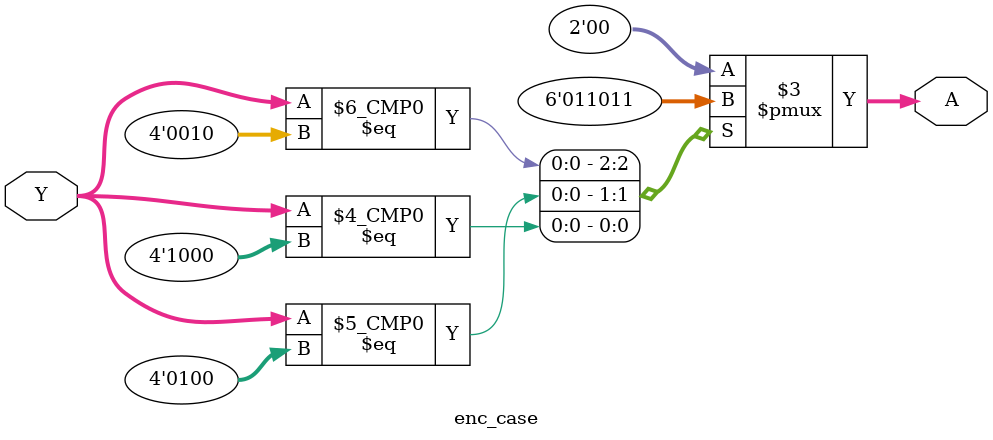
<source format=v>
module enc_case
(
    input [3:0] Y,
    output reg [1:0] A
);

always @(*)
    case(Y)
        4'b0001: A = 2'b00;
        4'b0010: A = 2'b01;
        4'b0100: A = 2'b10;
        4'b1000: A = 2'b11;
        default: A = 2'b00;
    endcase
endmodule
</source>
